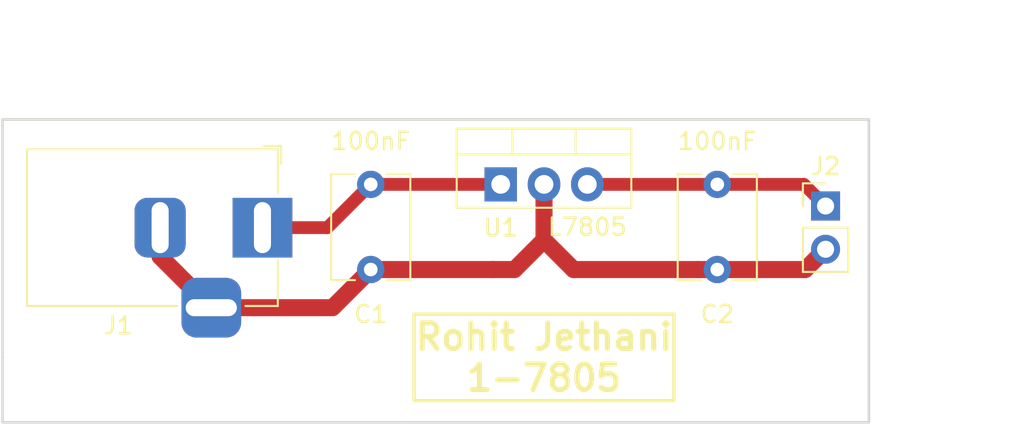
<source format=kicad_pcb>
(kicad_pcb (version 20171130) (host pcbnew "(5.0.0)")

  (general
    (thickness 1.6)
    (drawings 13)
    (tracks 20)
    (zones 0)
    (modules 5)
    (nets 4)
  )

  (page A4)
  (title_block
    (title 1_7805)
    (date 2018-09-08)
    (rev 1.0)
    (company "Rohit Jethani")
  )

  (layers
    (0 F.Cu signal)
    (31 B.Cu signal)
    (32 B.Adhes user)
    (33 F.Adhes user)
    (34 B.Paste user)
    (35 F.Paste user)
    (36 B.SilkS user)
    (37 F.SilkS user)
    (38 B.Mask user)
    (39 F.Mask user)
    (40 Dwgs.User user)
    (41 Cmts.User user)
    (42 Eco1.User user)
    (43 Eco2.User user)
    (44 Edge.Cuts user)
    (45 Margin user)
    (46 B.CrtYd user)
    (47 F.CrtYd user)
    (48 B.Fab user)
    (49 F.Fab user)
  )

  (setup
    (last_trace_width 0.25)
    (user_trace_width 1)
    (trace_clearance 0.2)
    (zone_clearance 0.508)
    (zone_45_only no)
    (trace_min 0.2)
    (segment_width 0.2)
    (edge_width 0.2)
    (via_size 0.8)
    (via_drill 0.4)
    (via_min_size 0.4)
    (via_min_drill 0.3)
    (uvia_size 0.3)
    (uvia_drill 0.1)
    (uvias_allowed no)
    (uvia_min_size 0.2)
    (uvia_min_drill 0.1)
    (pcb_text_width 0.3)
    (pcb_text_size 1.5 1.5)
    (mod_edge_width 0.15)
    (mod_text_size 1 1)
    (mod_text_width 0.15)
    (pad_size 1.524 1.524)
    (pad_drill 0.762)
    (pad_to_mask_clearance 0.2)
    (solder_mask_min_width 0.4)
    (aux_axis_origin 0 0)
    (visible_elements 7FFFFFFF)
    (pcbplotparams
      (layerselection 0x010f0_ffffffff)
      (usegerberextensions true)
      (usegerberattributes false)
      (usegerberadvancedattributes false)
      (creategerberjobfile false)
      (excludeedgelayer true)
      (linewidth 0.100000)
      (plotframeref false)
      (viasonmask false)
      (mode 1)
      (useauxorigin false)
      (hpglpennumber 1)
      (hpglpenspeed 20)
      (hpglpendiameter 15.000000)
      (psnegative false)
      (psa4output false)
      (plotreference true)
      (plotvalue true)
      (plotinvisibletext false)
      (padsonsilk false)
      (subtractmaskfromsilk false)
      (outputformat 1)
      (mirror false)
      (drillshape 0)
      (scaleselection 1)
      (outputdirectory "gerbers/"))
  )

  (net 0 "")
  (net 1 "Net-(C1-Pad1)")
  (net 2 GND)
  (net 3 "Net-(C2-Pad1)")

  (net_class Default "This is the default net class."
    (clearance 0.2)
    (trace_width 0.25)
    (via_dia 0.8)
    (via_drill 0.4)
    (uvia_dia 0.3)
    (uvia_drill 0.1)
  )

  (net_class NetClass_GND ""
    (clearance 0.2)
    (trace_width 1)
    (via_dia 0.8)
    (via_drill 0.4)
    (uvia_dia 0.3)
    (uvia_drill 0.1)
    (add_net GND)
  )

  (net_class NetClass_PWR ""
    (clearance 0.2)
    (trace_width 0.75)
    (via_dia 0.8)
    (via_drill 0.4)
    (uvia_dia 0.3)
    (uvia_drill 0.1)
    (add_net "Net-(C1-Pad1)")
    (add_net "Net-(C2-Pad1)")
  )

  (module 1_7805:C_Disc_D6.0mm_W4.4mm_P5.00mm (layer F.Cu) (tedit 5B93C0A9) (tstamp 5BA23695)
    (at 158.75 73.66 270)
    (descr "C, Disc series, Radial, pin pitch=5.00mm, , diameter*width=6*4.4mm^2, Capacitor")
    (tags "C Disc series Radial pin pitch 5.00mm  diameter 6mm width 4.4mm Capacitor")
    (path /5B93990F)
    (fp_text reference C1 (at 7.62 0 180) (layer F.SilkS)
      (effects (font (size 1 1) (thickness 0.15)))
    )
    (fp_text value 100nF (at -2.54 0 unlocked) (layer F.SilkS)
      (effects (font (size 1 1) (thickness 0.15)))
    )
    (fp_line (start -0.5 -2.2) (end -0.5 2.2) (layer F.Fab) (width 0.1))
    (fp_line (start -0.5 2.2) (end 5.5 2.2) (layer F.Fab) (width 0.1))
    (fp_line (start 5.5 2.2) (end 5.5 -2.2) (layer F.Fab) (width 0.1))
    (fp_line (start 5.5 -2.2) (end -0.5 -2.2) (layer F.Fab) (width 0.1))
    (fp_line (start -0.62 -2.321) (end 5.62 -2.321) (layer F.SilkS) (width 0.12))
    (fp_line (start -0.62 2.321) (end 5.62 2.321) (layer F.SilkS) (width 0.12))
    (fp_line (start -0.62 -2.321) (end -0.62 -0.925) (layer F.SilkS) (width 0.12))
    (fp_line (start -0.62 0.925) (end -0.62 2.321) (layer F.SilkS) (width 0.12))
    (fp_line (start 5.62 -2.321) (end 5.62 -0.925) (layer F.SilkS) (width 0.12))
    (fp_line (start 5.62 0.925) (end 5.62 2.321) (layer F.SilkS) (width 0.12))
    (fp_line (start -1.05 -2.45) (end -1.05 2.45) (layer F.CrtYd) (width 0.05))
    (fp_line (start -1.05 2.45) (end 6.05 2.45) (layer F.CrtYd) (width 0.05))
    (fp_line (start 6.05 2.45) (end 6.05 -2.45) (layer F.CrtYd) (width 0.05))
    (fp_line (start 6.05 -2.45) (end -1.05 -2.45) (layer F.CrtYd) (width 0.05))
    (fp_text user %R (at 2.5 0 270) (layer F.Fab)
      (effects (font (size 1 1) (thickness 0.15)))
    )
    (pad 1 thru_hole circle (at 0 0 270) (size 1.6 1.6) (drill 0.8) (layers *.Cu *.Mask)
      (net 1 "Net-(C1-Pad1)"))
    (pad 2 thru_hole circle (at 5 0 270) (size 1.6 1.6) (drill 0.8) (layers *.Cu *.Mask)
      (net 2 GND))
    (model ${KISYS3DMOD}/Capacitor_THT.3dshapes/C_Disc_D6.0mm_W4.4mm_P5.00mm.wrl
      (at (xyz 0 0 0))
      (scale (xyz 1 1 1))
      (rotate (xyz 0 0 0))
    )
  )

  (module 1_7805:C_Disc_D6.0mm_W4.4mm_P5.00mm (layer F.Cu) (tedit 5B93C0B7) (tstamp 5BA236AA)
    (at 179.07 73.66 270)
    (descr "C, Disc series, Radial, pin pitch=5.00mm, , diameter*width=6*4.4mm^2, Capacitor")
    (tags "C Disc series Radial pin pitch 5.00mm  diameter 6mm width 4.4mm Capacitor")
    (path /5B939966)
    (fp_text reference C2 (at 7.62 0 180) (layer F.SilkS)
      (effects (font (size 1 1) (thickness 0.15)))
    )
    (fp_text value 100nF (at -2.54 0 180) (layer F.SilkS)
      (effects (font (size 1 1) (thickness 0.15)))
    )
    (fp_text user %R (at 2.54 0 270) (layer F.Fab)
      (effects (font (size 1 1) (thickness 0.15)))
    )
    (fp_line (start 6.05 -2.45) (end -1.05 -2.45) (layer F.CrtYd) (width 0.05))
    (fp_line (start 6.05 2.45) (end 6.05 -2.45) (layer F.CrtYd) (width 0.05))
    (fp_line (start -1.05 2.45) (end 6.05 2.45) (layer F.CrtYd) (width 0.05))
    (fp_line (start -1.05 -2.45) (end -1.05 2.45) (layer F.CrtYd) (width 0.05))
    (fp_line (start 5.62 0.925) (end 5.62 2.321) (layer F.SilkS) (width 0.12))
    (fp_line (start 5.62 -2.321) (end 5.62 -0.925) (layer F.SilkS) (width 0.12))
    (fp_line (start -0.62 0.925) (end -0.62 2.321) (layer F.SilkS) (width 0.12))
    (fp_line (start -0.62 -2.321) (end -0.62 -0.925) (layer F.SilkS) (width 0.12))
    (fp_line (start -0.62 2.321) (end 5.62 2.321) (layer F.SilkS) (width 0.12))
    (fp_line (start -0.62 -2.321) (end 5.62 -2.321) (layer F.SilkS) (width 0.12))
    (fp_line (start 5.5 -2.2) (end -0.5 -2.2) (layer F.Fab) (width 0.1))
    (fp_line (start 5.5 2.2) (end 5.5 -2.2) (layer F.Fab) (width 0.1))
    (fp_line (start -0.5 2.2) (end 5.5 2.2) (layer F.Fab) (width 0.1))
    (fp_line (start -0.5 -2.2) (end -0.5 2.2) (layer F.Fab) (width 0.1))
    (pad 2 thru_hole circle (at 5 0 270) (size 1.6 1.6) (drill 0.8) (layers *.Cu *.Mask)
      (net 2 GND))
    (pad 1 thru_hole circle (at 0 0 270) (size 1.6 1.6) (drill 0.8) (layers *.Cu *.Mask)
      (net 3 "Net-(C2-Pad1)"))
    (model ${KISYS3DMOD}/Capacitor_THT.3dshapes/C_Disc_D6.0mm_W4.4mm_P5.00mm.wrl
      (at (xyz 0 0 0))
      (scale (xyz 1 1 1))
      (rotate (xyz 0 0 0))
    )
  )

  (module 1_7805:BarrelJack_Horizontal (layer F.Cu) (tedit 5A1DBF6A) (tstamp 5BA236CD)
    (at 152.4 76.2)
    (descr "DC Barrel Jack")
    (tags "Power Jack")
    (path /5B9398D6)
    (fp_text reference J1 (at -8.45 5.75) (layer F.SilkS)
      (effects (font (size 1 1) (thickness 0.15)))
    )
    (fp_text value Jack-DC (at -6.2 -5.5) (layer F.Fab)
      (effects (font (size 1 1) (thickness 0.15)))
    )
    (fp_text user %R (at -3 -2.95) (layer F.Fab)
      (effects (font (size 1 1) (thickness 0.15)))
    )
    (fp_line (start -0.003213 -4.505425) (end 0.8 -3.75) (layer F.Fab) (width 0.1))
    (fp_line (start 1.1 -3.75) (end 1.1 -4.8) (layer F.SilkS) (width 0.12))
    (fp_line (start 0.05 -4.8) (end 1.1 -4.8) (layer F.SilkS) (width 0.12))
    (fp_line (start 1 -4.5) (end 1 -4.75) (layer F.CrtYd) (width 0.05))
    (fp_line (start 1 -4.75) (end -14 -4.75) (layer F.CrtYd) (width 0.05))
    (fp_line (start 1 -4.5) (end 1 -2) (layer F.CrtYd) (width 0.05))
    (fp_line (start 1 -2) (end 2 -2) (layer F.CrtYd) (width 0.05))
    (fp_line (start 2 -2) (end 2 2) (layer F.CrtYd) (width 0.05))
    (fp_line (start 2 2) (end 1 2) (layer F.CrtYd) (width 0.05))
    (fp_line (start 1 2) (end 1 4.75) (layer F.CrtYd) (width 0.05))
    (fp_line (start 1 4.75) (end -1 4.75) (layer F.CrtYd) (width 0.05))
    (fp_line (start -1 4.75) (end -1 6.75) (layer F.CrtYd) (width 0.05))
    (fp_line (start -1 6.75) (end -5 6.75) (layer F.CrtYd) (width 0.05))
    (fp_line (start -5 6.75) (end -5 4.75) (layer F.CrtYd) (width 0.05))
    (fp_line (start -5 4.75) (end -14 4.75) (layer F.CrtYd) (width 0.05))
    (fp_line (start -14 4.75) (end -14 -4.75) (layer F.CrtYd) (width 0.05))
    (fp_line (start -5 4.6) (end -13.8 4.6) (layer F.SilkS) (width 0.12))
    (fp_line (start -13.8 4.6) (end -13.8 -4.6) (layer F.SilkS) (width 0.12))
    (fp_line (start 0.9 1.9) (end 0.9 4.6) (layer F.SilkS) (width 0.12))
    (fp_line (start 0.9 4.6) (end -1 4.6) (layer F.SilkS) (width 0.12))
    (fp_line (start -13.8 -4.6) (end 0.9 -4.6) (layer F.SilkS) (width 0.12))
    (fp_line (start 0.9 -4.6) (end 0.9 -2) (layer F.SilkS) (width 0.12))
    (fp_line (start -10.2 -4.5) (end -10.2 4.5) (layer F.Fab) (width 0.1))
    (fp_line (start -13.7 -4.5) (end -13.7 4.5) (layer F.Fab) (width 0.1))
    (fp_line (start -13.7 4.5) (end 0.8 4.5) (layer F.Fab) (width 0.1))
    (fp_line (start 0.8 4.5) (end 0.8 -3.75) (layer F.Fab) (width 0.1))
    (fp_line (start 0 -4.5) (end -13.7 -4.5) (layer F.Fab) (width 0.1))
    (pad 1 thru_hole rect (at 0 0) (size 3.5 3.5) (drill oval 1 3) (layers *.Cu *.Mask)
      (net 1 "Net-(C1-Pad1)"))
    (pad 2 thru_hole roundrect (at -6 0) (size 3 3.5) (drill oval 1 3) (layers *.Cu *.Mask) (roundrect_rratio 0.25)
      (net 2 GND))
    (pad 3 thru_hole roundrect (at -3 4.7) (size 3.5 3.5) (drill oval 3 1) (layers *.Cu *.Mask) (roundrect_rratio 0.25)
      (net 2 GND))
    (model ${KISYS3DMOD}/Connector_BarrelJack.3dshapes/BarrelJack_Horizontal.wrl
      (at (xyz 0 0 0))
      (scale (xyz 1 1 1))
      (rotate (xyz 0 0 0))
    )
  )

  (module 1_7805:PinHeader_1x02_P2.54mm_Vertical (layer F.Cu) (tedit 5B93C0ED) (tstamp 5BA236E3)
    (at 185.42 74.93)
    (descr "Through hole straight pin header, 1x02, 2.54mm pitch, single row")
    (tags "Through hole pin header THT 1x02 2.54mm single row")
    (path /5B93989D)
    (fp_text reference J2 (at 0 -2.33) (layer F.SilkS)
      (effects (font (size 1 1) (thickness 0.15)))
    )
    (fp_text value Conn_01x02 (at 0 4.87) (layer F.Fab)
      (effects (font (size 1 1) (thickness 0.15)))
    )
    (fp_line (start -0.635 -1.27) (end 1.27 -1.27) (layer F.Fab) (width 0.1))
    (fp_line (start 1.27 -1.27) (end 1.27 3.81) (layer F.Fab) (width 0.1))
    (fp_line (start 1.27 3.81) (end -1.27 3.81) (layer F.Fab) (width 0.1))
    (fp_line (start -1.27 3.81) (end -1.27 -0.635) (layer F.Fab) (width 0.1))
    (fp_line (start -1.27 -0.635) (end -0.635 -1.27) (layer F.Fab) (width 0.1))
    (fp_line (start -1.33 3.87) (end 1.33 3.87) (layer F.SilkS) (width 0.12))
    (fp_line (start -1.33 1.27) (end -1.33 3.87) (layer F.SilkS) (width 0.12))
    (fp_line (start 1.33 1.27) (end 1.33 3.87) (layer F.SilkS) (width 0.12))
    (fp_line (start -1.33 1.27) (end 1.33 1.27) (layer F.SilkS) (width 0.12))
    (fp_line (start -1.33 0) (end -1.33 -1.33) (layer F.SilkS) (width 0.12))
    (fp_line (start -1.33 -1.33) (end 0 -1.33) (layer F.SilkS) (width 0.12))
    (fp_line (start -1.8 -1.8) (end -1.8 4.35) (layer F.CrtYd) (width 0.05))
    (fp_line (start -1.8 4.35) (end 1.8 4.35) (layer F.CrtYd) (width 0.05))
    (fp_line (start 1.8 4.35) (end 1.8 -1.8) (layer F.CrtYd) (width 0.05))
    (fp_line (start 1.8 -1.8) (end -1.8 -1.8) (layer F.CrtYd) (width 0.05))
    (fp_text user %R (at 0 1.27 90) (layer F.Fab)
      (effects (font (size 1 1) (thickness 0.15)))
    )
    (pad 1 thru_hole rect (at 0 0) (size 1.7 1.7) (drill 1) (layers *.Cu *.Mask)
      (net 3 "Net-(C2-Pad1)"))
    (pad 2 thru_hole oval (at 0 2.54) (size 1.7 1.7) (drill 1) (layers *.Cu *.Mask)
      (net 2 GND))
    (model ${KISYS3DMOD}/Connector_PinHeader_2.54mm.3dshapes/PinHeader_1x02_P2.54mm_Vertical.wrl
      (at (xyz 0 0 0))
      (scale (xyz 1 1 1))
      (rotate (xyz 0 0 0))
    )
  )

  (module 1_7805:TO-220-3_Vertical (layer F.Cu) (tedit 5B93C0A0) (tstamp 5BA236FD)
    (at 166.37 73.66)
    (descr "TO-220-3, Vertical, RM 2.54mm, see https://www.vishay.com/docs/66542/to-220-1.pdf")
    (tags "TO-220-3 Vertical RM 2.54mm")
    (path /5B93981A)
    (fp_text reference U1 (at 0 2.54) (layer F.SilkS)
      (effects (font (size 1 1) (thickness 0.15)))
    )
    (fp_text value L7805 (at 5.08 2.5 unlocked) (layer F.SilkS)
      (effects (font (size 1 1) (thickness 0.15)))
    )
    (fp_line (start -2.46 -3.15) (end -2.46 1.25) (layer F.Fab) (width 0.1))
    (fp_line (start -2.46 1.25) (end 7.54 1.25) (layer F.Fab) (width 0.1))
    (fp_line (start 7.54 1.25) (end 7.54 -3.15) (layer F.Fab) (width 0.1))
    (fp_line (start 7.54 -3.15) (end -2.46 -3.15) (layer F.Fab) (width 0.1))
    (fp_line (start -2.46 -1.88) (end 7.54 -1.88) (layer F.Fab) (width 0.1))
    (fp_line (start 0.69 -3.15) (end 0.69 -1.88) (layer F.Fab) (width 0.1))
    (fp_line (start 4.39 -3.15) (end 4.39 -1.88) (layer F.Fab) (width 0.1))
    (fp_line (start -2.58 -3.27) (end 7.66 -3.27) (layer F.SilkS) (width 0.12))
    (fp_line (start -2.58 1.371) (end 7.66 1.371) (layer F.SilkS) (width 0.12))
    (fp_line (start -2.58 -3.27) (end -2.58 1.371) (layer F.SilkS) (width 0.12))
    (fp_line (start 7.66 -3.27) (end 7.66 1.371) (layer F.SilkS) (width 0.12))
    (fp_line (start -2.58 -1.76) (end 7.66 -1.76) (layer F.SilkS) (width 0.12))
    (fp_line (start 0.69 -3.27) (end 0.69 -1.76) (layer F.SilkS) (width 0.12))
    (fp_line (start 4.391 -3.27) (end 4.391 -1.76) (layer F.SilkS) (width 0.12))
    (fp_line (start -2.71 -3.4) (end -2.71 1.51) (layer F.CrtYd) (width 0.05))
    (fp_line (start -2.71 1.51) (end 7.79 1.51) (layer F.CrtYd) (width 0.05))
    (fp_line (start 7.79 1.51) (end 7.79 -3.4) (layer F.CrtYd) (width 0.05))
    (fp_line (start 7.79 -3.4) (end -2.71 -3.4) (layer F.CrtYd) (width 0.05))
    (fp_text user %R (at 0 2.54) (layer F.SilkS)
      (effects (font (size 1 1) (thickness 0.15)))
    )
    (pad 1 thru_hole rect (at 0 0) (size 1.905 2) (drill 1.1) (layers *.Cu *.Mask)
      (net 1 "Net-(C1-Pad1)"))
    (pad 2 thru_hole oval (at 2.54 0) (size 1.905 2) (drill 1.1) (layers *.Cu *.Mask)
      (net 2 GND))
    (pad 3 thru_hole oval (at 5.08 0) (size 1.905 2) (drill 1.1) (layers *.Cu *.Mask)
      (net 3 "Net-(C2-Pad1)"))
    (model ${KISYS3DMOD}/Package_TO_SOT_THT.3dshapes/TO-220-3_Vertical.wrl
      (at (xyz 0 0 0))
      (scale (xyz 1 1 1))
      (rotate (xyz 0 0 0))
    )
  )

  (dimension 17.78 (width 0.3) (layer F.Fab)
    (gr_text "17.780 mm" (at 195.14 78.74 270) (layer F.Fab)
      (effects (font (size 1.5 1.5) (thickness 0.3)))
    )
    (feature1 (pts (xy 191.77 87.63) (xy 193.626421 87.63)))
    (feature2 (pts (xy 191.77 69.85) (xy 193.626421 69.85)))
    (crossbar (pts (xy 193.04 69.85) (xy 193.04 87.63)))
    (arrow1a (pts (xy 193.04 87.63) (xy 192.453579 86.503496)))
    (arrow1b (pts (xy 193.04 87.63) (xy 193.626421 86.503496)))
    (arrow2a (pts (xy 193.04 69.85) (xy 192.453579 70.976504)))
    (arrow2b (pts (xy 193.04 69.85) (xy 193.626421 70.976504)))
  )
  (dimension 50.8 (width 0.3) (layer F.Fab)
    (gr_text "50.800 mm" (at 162.56 68.14) (layer F.Fab)
      (effects (font (size 1.5 1.5) (thickness 0.3)))
    )
    (feature1 (pts (xy 187.96 66.04) (xy 187.96 66.626421)))
    (feature2 (pts (xy 137.16 66.04) (xy 137.16 66.626421)))
    (crossbar (pts (xy 137.16 66.04) (xy 187.96 66.04)))
    (arrow1a (pts (xy 187.96 66.04) (xy 186.833496 66.626421)))
    (arrow1b (pts (xy 187.96 66.04) (xy 186.833496 65.453579)))
    (arrow2a (pts (xy 137.16 66.04) (xy 138.286504 66.626421)))
    (arrow2b (pts (xy 137.16 66.04) (xy 138.286504 65.453579)))
  )
  (gr_line (start 161.29 86.36) (end 161.29 81.28) (layer F.SilkS) (width 0.2))
  (gr_line (start 176.53 86.36) (end 161.29 86.36) (layer F.SilkS) (width 0.2))
  (gr_line (start 176.53 81.28) (end 176.53 86.36) (layer F.SilkS) (width 0.2))
  (gr_line (start 161.29 81.28) (end 176.53 81.28) (layer F.SilkS) (width 0.2))
  (gr_line (start 137.16 87.63) (end 137.16 83.82) (layer Edge.Cuts) (width 0.15))
  (gr_line (start 187.96 87.63) (end 137.16 87.63) (layer Edge.Cuts) (width 0.15))
  (gr_line (start 187.96 83.82) (end 187.96 87.63) (layer Edge.Cuts) (width 0.15))
  (gr_text "Rohit Jethani\n1-7805" (at 168.91 83.82) (layer F.SilkS)
    (effects (font (size 1.5 1.5) (thickness 0.3)))
  )
  (gr_line (start 137.16 83.82) (end 137.16 69.85) (layer Edge.Cuts) (width 0.15))
  (gr_line (start 187.96 69.85) (end 187.96 83.82) (layer Edge.Cuts) (width 0.15))
  (gr_line (start 137.16 69.85) (end 187.96 69.85) (layer Edge.Cuts) (width 0.15))

  (segment (start 156.21 76.2) (end 158.75 73.66) (width 0.75) (layer F.Cu) (net 1))
  (segment (start 152.4 76.2) (end 156.21 76.2) (width 0.75) (layer F.Cu) (net 1))
  (segment (start 158.75 73.66) (end 166.37 73.66) (width 0.75) (layer F.Cu) (net 1))
  (segment (start 146.4 77.9) (end 149.4 80.9) (width 1) (layer F.Cu) (net 2))
  (segment (start 146.4 76.2) (end 146.4 77.9) (width 1) (layer F.Cu) (net 2))
  (segment (start 156.51 80.9) (end 158.75 78.66) (width 1) (layer F.Cu) (net 2))
  (segment (start 149.4 80.9) (end 156.51 80.9) (width 1) (layer F.Cu) (net 2))
  (segment (start 158.75 78.66) (end 165.91 78.66) (width 1) (layer F.Cu) (net 2))
  (segment (start 184.23 78.66) (end 185.42 77.47) (width 1) (layer F.Cu) (net 2))
  (segment (start 179.07 78.66) (end 184.23 78.66) (width 1) (layer F.Cu) (net 2))
  (segment (start 167.18 78.66) (end 165.91 78.66) (width 1) (layer F.Cu) (net 2))
  (segment (start 168.91 76.93) (end 167.18 78.66) (width 1) (layer F.Cu) (net 2))
  (segment (start 177.93863 78.66) (end 179.07 78.66) (width 1) (layer F.Cu) (net 2))
  (segment (start 170.64 78.66) (end 177.93863 78.66) (width 1) (layer F.Cu) (net 2))
  (segment (start 168.91 76.93) (end 170.64 78.66) (width 1) (layer F.Cu) (net 2))
  (segment (start 168.91 74.93) (end 168.91 76.93) (width 1) (layer F.Cu) (net 2))
  (segment (start 168.91 73.66) (end 168.91 74.93) (width 1) (layer F.Cu) (net 2))
  (segment (start 171.45 73.66) (end 179.07 73.66) (width 0.75) (layer F.Cu) (net 3))
  (segment (start 184.15 73.66) (end 185.42 74.93) (width 0.75) (layer F.Cu) (net 3))
  (segment (start 179.07 73.66) (end 184.15 73.66) (width 0.75) (layer F.Cu) (net 3))

)

</source>
